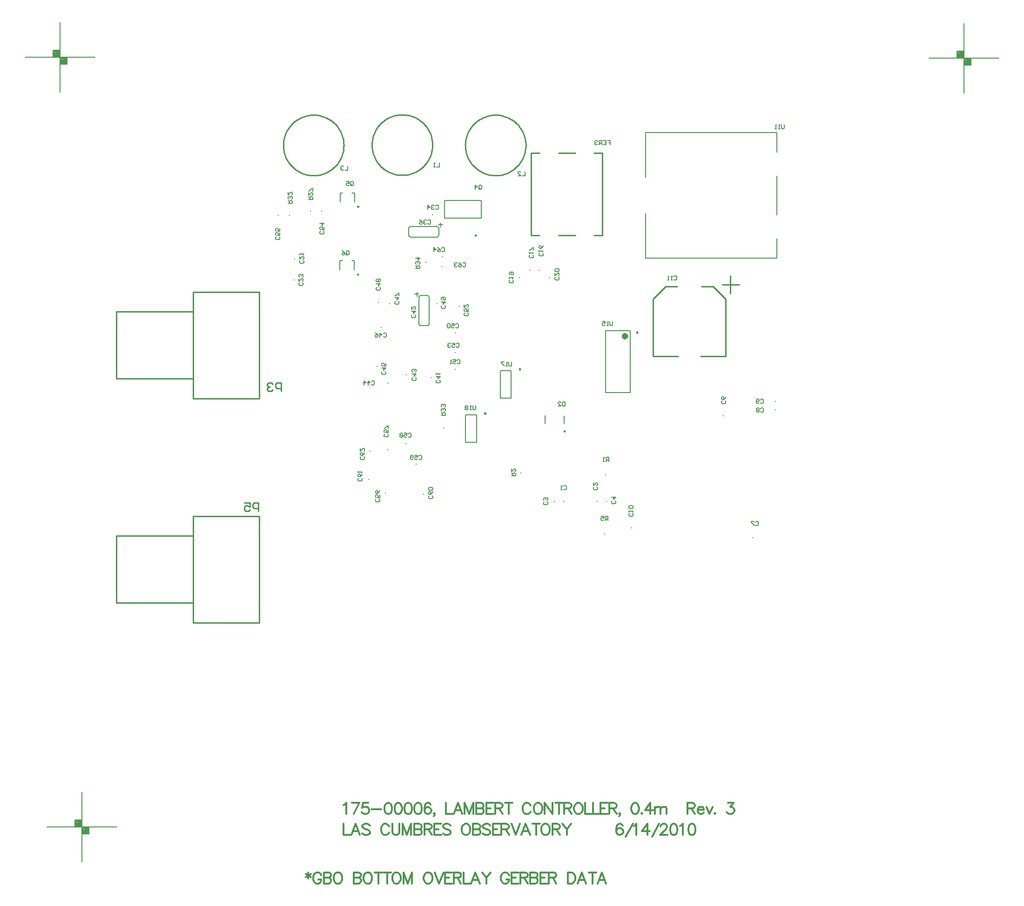
<source format=gbo>
%FSLAX23Y23*%
%MOIN*%
G70*
G01*
G75*
G04 Layer_Color=32896*
%ADD10R,0.037X0.035*%
%ADD11R,0.037X0.035*%
%ADD12R,0.050X0.050*%
%ADD13R,0.075X0.063*%
%ADD14R,0.070X0.135*%
%ADD15R,0.094X0.130*%
%ADD16O,0.028X0.018*%
%ADD17R,0.067X0.067*%
%ADD18R,0.079X0.209*%
%ADD19R,0.067X0.014*%
%ADD20R,0.050X0.015*%
%ADD21R,0.039X0.059*%
%ADD22R,0.035X0.053*%
%ADD23R,0.053X0.053*%
%ADD24O,0.087X0.024*%
%ADD25R,0.050X0.050*%
%ADD26R,0.135X0.070*%
%ADD27R,0.030X0.125*%
%ADD28R,0.078X0.048*%
%ADD29R,0.067X0.040*%
%ADD30R,0.065X0.012*%
%ADD31R,0.065X0.024*%
%ADD32R,0.063X0.106*%
%ADD33R,0.150X0.110*%
%ADD34R,0.125X0.170*%
%ADD35R,0.110X0.030*%
%ADD36O,0.083X0.012*%
%ADD37O,0.012X0.083*%
%ADD38R,0.138X0.085*%
%ADD39R,0.043X0.085*%
%ADD40R,0.043X0.085*%
%ADD41R,0.047X0.055*%
%ADD42O,0.012X0.071*%
%ADD43O,0.071X0.012*%
%ADD44R,0.075X0.059*%
%ADD45R,0.017X0.017*%
%ADD46R,0.134X0.134*%
%ADD47O,0.010X0.035*%
%ADD48O,0.035X0.010*%
%ADD49C,0.010*%
%ADD50C,0.075*%
%ADD51C,0.020*%
%ADD52C,0.040*%
%ADD53C,0.007*%
%ADD54C,0.005*%
%ADD55C,0.012*%
%ADD56C,0.008*%
%ADD57C,0.012*%
%ADD58C,0.012*%
%ADD59C,0.059*%
%ADD60C,0.080*%
%ADD61R,0.080X0.080*%
%ADD62C,0.060*%
%ADD63C,0.020*%
%ADD64R,0.059X0.059*%
%ADD65C,0.157*%
%ADD66C,0.079*%
%ADD67C,0.087*%
%ADD68R,0.087X0.087*%
%ADD69C,0.250*%
%ADD70R,0.062X0.062*%
%ADD71C,0.062*%
%ADD72C,0.030*%
%ADD73C,0.024*%
%ADD74C,0.028*%
%ADD75C,0.050*%
%ADD76C,0.051*%
G04:AMPARAMS|DCode=77|XSize=100mil|YSize=100mil|CornerRadius=0mil|HoleSize=0mil|Usage=FLASHONLY|Rotation=0.000|XOffset=0mil|YOffset=0mil|HoleType=Round|Shape=Relief|Width=10mil|Gap=10mil|Entries=4|*
%AMTHD77*
7,0,0,0.100,0.080,0.010,45*
%
%ADD77THD77*%
%ADD78C,0.044*%
%ADD79C,0.059*%
%ADD80C,0.030*%
%ADD81C,0.055*%
%ADD82C,0.111*%
%ADD83C,0.056*%
%ADD84C,0.147*%
%ADD85C,0.067*%
%ADD86C,0.140*%
%ADD87C,0.055*%
%ADD88C,0.036*%
%ADD89C,0.071*%
%ADD90C,0.130*%
%ADD91C,0.103*%
%ADD92C,0.033*%
G04:AMPARAMS|DCode=93|XSize=70mil|YSize=70mil|CornerRadius=0mil|HoleSize=0mil|Usage=FLASHONLY|Rotation=0.000|XOffset=0mil|YOffset=0mil|HoleType=Round|Shape=Relief|Width=10mil|Gap=10mil|Entries=4|*
%AMTHD93*
7,0,0,0.070,0.050,0.010,45*
%
%ADD93THD93*%
%ADD94C,0.045*%
G04:AMPARAMS|DCode=95|XSize=90mil|YSize=90mil|CornerRadius=0mil|HoleSize=0mil|Usage=FLASHONLY|Rotation=0.000|XOffset=0mil|YOffset=0mil|HoleType=Round|Shape=Relief|Width=10mil|Gap=10mil|Entries=4|*
%AMTHD95*
7,0,0,0.090,0.070,0.010,45*
%
%ADD95THD95*%
G04:AMPARAMS|DCode=96|XSize=95.433mil|YSize=95.433mil|CornerRadius=0mil|HoleSize=0mil|Usage=FLASHONLY|Rotation=0.000|XOffset=0mil|YOffset=0mil|HoleType=Round|Shape=Relief|Width=10mil|Gap=10mil|Entries=4|*
%AMTHD96*
7,0,0,0.095,0.075,0.010,45*
%
%ADD96THD96*%
G04:AMPARAMS|DCode=97|XSize=150.551mil|YSize=150.551mil|CornerRadius=0mil|HoleSize=0mil|Usage=FLASHONLY|Rotation=0.000|XOffset=0mil|YOffset=0mil|HoleType=Round|Shape=Relief|Width=10mil|Gap=10mil|Entries=4|*
%AMTHD97*
7,0,0,0.151,0.131,0.010,45*
%
%ADD97THD97*%
G04:AMPARAMS|DCode=98|XSize=96.221mil|YSize=96.221mil|CornerRadius=0mil|HoleSize=0mil|Usage=FLASHONLY|Rotation=0.000|XOffset=0mil|YOffset=0mil|HoleType=Round|Shape=Relief|Width=10mil|Gap=10mil|Entries=4|*
%AMTHD98*
7,0,0,0.096,0.076,0.010,45*
%
%ADD98THD98*%
G04:AMPARAMS|DCode=99|XSize=107.244mil|YSize=107.244mil|CornerRadius=0mil|HoleSize=0mil|Usage=FLASHONLY|Rotation=0.000|XOffset=0mil|YOffset=0mil|HoleType=Round|Shape=Relief|Width=10mil|Gap=10mil|Entries=4|*
%AMTHD99*
7,0,0,0.107,0.087,0.010,45*
%
%ADD99THD99*%
G04:AMPARAMS|DCode=100|XSize=180mil|YSize=180mil|CornerRadius=0mil|HoleSize=0mil|Usage=FLASHONLY|Rotation=0.000|XOffset=0mil|YOffset=0mil|HoleType=Round|Shape=Relief|Width=10mil|Gap=10mil|Entries=4|*
%AMTHD100*
7,0,0,0.180,0.160,0.010,45*
%
%ADD100THD100*%
G04:AMPARAMS|DCode=101|XSize=95mil|YSize=95mil|CornerRadius=0mil|HoleSize=0mil|Usage=FLASHONLY|Rotation=0.000|XOffset=0mil|YOffset=0mil|HoleType=Round|Shape=Relief|Width=10mil|Gap=10mil|Entries=4|*
%AMTHD101*
7,0,0,0.095,0.075,0.010,45*
%
%ADD101THD101*%
G04:AMPARAMS|DCode=102|XSize=75.748mil|YSize=75.748mil|CornerRadius=0mil|HoleSize=0mil|Usage=FLASHONLY|Rotation=0.000|XOffset=0mil|YOffset=0mil|HoleType=Round|Shape=Relief|Width=10mil|Gap=10mil|Entries=4|*
%AMTHD102*
7,0,0,0.076,0.056,0.010,45*
%
%ADD102THD102*%
G04:AMPARAMS|DCode=103|XSize=111.181mil|YSize=111.181mil|CornerRadius=0mil|HoleSize=0mil|Usage=FLASHONLY|Rotation=0.000|XOffset=0mil|YOffset=0mil|HoleType=Round|Shape=Relief|Width=10mil|Gap=10mil|Entries=4|*
%AMTHD103*
7,0,0,0.111,0.091,0.010,45*
%
%ADD103THD103*%
G04:AMPARAMS|DCode=104|XSize=73mil|YSize=73mil|CornerRadius=0mil|HoleSize=0mil|Usage=FLASHONLY|Rotation=0.000|XOffset=0mil|YOffset=0mil|HoleType=Round|Shape=Relief|Width=10mil|Gap=10mil|Entries=4|*
%AMTHD104*
7,0,0,0.073,0.053,0.010,45*
%
%ADD104THD104*%
G04:AMPARAMS|DCode=105|XSize=85mil|YSize=85mil|CornerRadius=0mil|HoleSize=0mil|Usage=FLASHONLY|Rotation=0.000|XOffset=0mil|YOffset=0mil|HoleType=Round|Shape=Relief|Width=10mil|Gap=10mil|Entries=4|*
%AMTHD105*
7,0,0,0.085,0.065,0.010,45*
%
%ADD105THD105*%
%ADD106O,0.091X0.028*%
%ADD107R,0.048X0.078*%
%ADD108R,0.200X0.040*%
%ADD109R,0.200X0.150*%
%ADD110R,0.106X0.150*%
%ADD111R,0.098X0.268*%
%ADD112R,0.035X0.037*%
%ADD113R,0.035X0.037*%
%ADD114C,0.010*%
%ADD115C,0.010*%
%ADD116C,0.020*%
%ADD117C,0.008*%
%ADD118C,0.024*%
%ADD119C,0.012*%
%ADD120C,0.012*%
%ADD121C,0.007*%
%ADD122R,0.280X0.130*%
%ADD123R,0.041X0.039*%
%ADD124R,0.041X0.039*%
%ADD125R,0.054X0.054*%
%ADD126R,0.079X0.067*%
%ADD127R,0.074X0.139*%
%ADD128R,0.098X0.134*%
%ADD129O,0.032X0.022*%
%ADD130R,0.071X0.071*%
%ADD131R,0.083X0.213*%
%ADD132R,0.071X0.018*%
%ADD133R,0.054X0.019*%
%ADD134R,0.043X0.063*%
%ADD135R,0.039X0.057*%
%ADD136R,0.057X0.057*%
%ADD137O,0.091X0.028*%
%ADD138R,0.054X0.054*%
%ADD139R,0.139X0.074*%
%ADD140R,0.034X0.129*%
%ADD141R,0.082X0.052*%
%ADD142R,0.071X0.044*%
%ADD143R,0.069X0.016*%
%ADD144R,0.069X0.028*%
%ADD145R,0.067X0.110*%
%ADD146R,0.154X0.114*%
%ADD147R,0.129X0.174*%
%ADD148R,0.114X0.034*%
%ADD149O,0.087X0.016*%
%ADD150O,0.016X0.087*%
%ADD151R,0.142X0.089*%
%ADD152R,0.047X0.089*%
%ADD153R,0.047X0.089*%
%ADD154R,0.051X0.059*%
%ADD155O,0.016X0.075*%
%ADD156O,0.075X0.016*%
%ADD157R,0.079X0.063*%
%ADD158R,0.021X0.021*%
%ADD159R,0.138X0.138*%
%ADD160O,0.014X0.039*%
%ADD161O,0.039X0.014*%
%ADD162C,0.063*%
%ADD163C,0.084*%
%ADD164R,0.084X0.084*%
%ADD165C,0.004*%
%ADD166C,0.064*%
%ADD167R,0.063X0.063*%
%ADD168C,0.161*%
%ADD169C,0.083*%
%ADD170R,0.004X0.004*%
%ADD171C,0.091*%
%ADD172R,0.091X0.091*%
%ADD173C,0.254*%
%ADD174R,0.066X0.066*%
%ADD175C,0.066*%
%ADD176C,0.034*%
%ADD177C,0.032*%
%ADD178C,0.054*%
%ADD179O,0.095X0.032*%
%ADD180R,0.052X0.082*%
%ADD181R,0.204X0.044*%
%ADD182R,0.204X0.154*%
%ADD183R,0.110X0.154*%
%ADD184R,0.102X0.272*%
%ADD185R,0.039X0.041*%
%ADD186R,0.039X0.041*%
D49*
X20534Y14812D02*
X20533Y14822D01*
X20533Y14832D01*
X20532Y14842D01*
X20530Y14852D01*
X20528Y14861D01*
X20525Y14871D01*
X20522Y14881D01*
X20519Y14890D01*
X20515Y14899D01*
X20511Y14908D01*
X20506Y14917D01*
X20501Y14926D01*
X20496Y14934D01*
X20490Y14942D01*
X20484Y14950D01*
X20477Y14958D01*
X20470Y14965D01*
X20463Y14972D01*
X20455Y14978D01*
X20448Y14985D01*
X20439Y14991D01*
X20431Y14996D01*
X20422Y15001D01*
X20414Y15006D01*
X20404Y15010D01*
X20395Y15014D01*
X20386Y15017D01*
X20376Y15020D01*
X20367Y15023D01*
X20357Y15025D01*
X20347Y15026D01*
X20337Y15028D01*
X20327Y15028D01*
X20317Y15028D01*
X20307Y15028D01*
X20297Y15028D01*
X20287Y15026D01*
X20277Y15025D01*
X20267Y15023D01*
X20258Y15020D01*
X20248Y15017D01*
X20239Y15014D01*
X20229Y15010D01*
X20220Y15006D01*
X20212Y15001D01*
X20203Y14996D01*
X20194Y14991D01*
X20186Y14985D01*
X20179Y14978D01*
X20171Y14972D01*
X20164Y14965D01*
X20157Y14958D01*
X20150Y14950D01*
X20144Y14942D01*
X20138Y14934D01*
X20133Y14926D01*
X20128Y14917D01*
X20123Y14908D01*
X20119Y14899D01*
X20115Y14890D01*
X20111Y14881D01*
X20109Y14871D01*
X20106Y14861D01*
X20104Y14852D01*
X20102Y14842D01*
X20101Y14832D01*
X20100Y14822D01*
X20100Y14812D01*
X20100Y14802D01*
X20101Y14792D01*
X20102Y14782D01*
X20104Y14772D01*
X20106Y14762D01*
X20109Y14752D01*
X20111Y14743D01*
X20115Y14733D01*
X20119Y14724D01*
X20123Y14715D01*
X20128Y14706D01*
X20133Y14698D01*
X20138Y14689D01*
X20144Y14681D01*
X20150Y14673D01*
X20157Y14666D01*
X20164Y14659D01*
X20171Y14652D01*
X20179Y14645D01*
X20186Y14639D01*
X20194Y14633D01*
X20203Y14628D01*
X20212Y14622D01*
X20220Y14618D01*
X20229Y14614D01*
X20239Y14610D01*
X20248Y14606D01*
X20258Y14603D01*
X20267Y14601D01*
X20277Y14599D01*
X20287Y14597D01*
X20297Y14596D01*
X20307Y14595D01*
X20317Y14595D01*
X20327Y14595D01*
X20337Y14596D01*
X20347Y14597D01*
X20357Y14599D01*
X20367Y14601D01*
X20376Y14603D01*
X20386Y14606D01*
X20395Y14610D01*
X20404Y14614D01*
X20414Y14618D01*
X20422Y14622D01*
X20431Y14628D01*
X20439Y14633D01*
X20448Y14639D01*
X20455Y14645D01*
X20463Y14652D01*
X20470Y14659D01*
X20477Y14666D01*
X20484Y14673D01*
X20490Y14681D01*
X20496Y14689D01*
X20501Y14698D01*
X20506Y14706D01*
X20511Y14715D01*
X20515Y14724D01*
X20519Y14733D01*
X20522Y14743D01*
X20525Y14752D01*
X20528Y14762D01*
X20530Y14772D01*
X20532Y14782D01*
X20533Y14792D01*
X20533Y14802D01*
X20534Y14812D01*
X21837D02*
X21837Y14822D01*
X21836Y14832D01*
X21835Y14842D01*
X21833Y14852D01*
X21831Y14861D01*
X21828Y14871D01*
X21826Y14881D01*
X21822Y14890D01*
X21818Y14899D01*
X21814Y14908D01*
X21809Y14917D01*
X21804Y14926D01*
X21799Y14934D01*
X21793Y14942D01*
X21787Y14950D01*
X21780Y14958D01*
X21773Y14965D01*
X21766Y14972D01*
X21759Y14978D01*
X21751Y14985D01*
X21743Y14991D01*
X21734Y14996D01*
X21726Y15001D01*
X21717Y15006D01*
X21708Y15010D01*
X21698Y15014D01*
X21689Y15017D01*
X21679Y15020D01*
X21670Y15023D01*
X21660Y15025D01*
X21650Y15026D01*
X21640Y15028D01*
X21630Y15028D01*
X21620Y15028D01*
X21610Y15028D01*
X21600Y15028D01*
X21590Y15026D01*
X21580Y15025D01*
X21570Y15023D01*
X21561Y15020D01*
X21551Y15017D01*
X21542Y15014D01*
X21533Y15010D01*
X21524Y15006D01*
X21515Y15001D01*
X21506Y14996D01*
X21498Y14991D01*
X21490Y14985D01*
X21482Y14978D01*
X21474Y14972D01*
X21467Y14965D01*
X21460Y14958D01*
X21453Y14950D01*
X21447Y14942D01*
X21441Y14934D01*
X21436Y14926D01*
X21431Y14917D01*
X21426Y14908D01*
X21422Y14899D01*
X21418Y14890D01*
X21415Y14881D01*
X21412Y14871D01*
X21409Y14861D01*
X21407Y14852D01*
X21405Y14842D01*
X21404Y14832D01*
X21404Y14822D01*
X21403Y14812D01*
X21404Y14802D01*
X21404Y14792D01*
X21405Y14782D01*
X21407Y14772D01*
X21409Y14762D01*
X21412Y14752D01*
X21415Y14743D01*
X21418Y14733D01*
X21422Y14724D01*
X21426Y14715D01*
X21431Y14706D01*
X21436Y14698D01*
X21441Y14689D01*
X21447Y14681D01*
X21453Y14673D01*
X21460Y14666D01*
X21467Y14659D01*
X21474Y14652D01*
X21482Y14645D01*
X21490Y14639D01*
X21498Y14633D01*
X21506Y14628D01*
X21515Y14622D01*
X21524Y14618D01*
X21533Y14614D01*
X21542Y14610D01*
X21551Y14606D01*
X21561Y14603D01*
X21570Y14601D01*
X21580Y14599D01*
X21590Y14597D01*
X21600Y14596D01*
X21610Y14595D01*
X21620Y14595D01*
X21630Y14595D01*
X21640Y14596D01*
X21650Y14597D01*
X21660Y14599D01*
X21670Y14601D01*
X21679Y14603D01*
X21689Y14606D01*
X21698Y14610D01*
X21708Y14614D01*
X21717Y14618D01*
X21726Y14622D01*
X21734Y14628D01*
X21743Y14633D01*
X21751Y14639D01*
X21759Y14645D01*
X21766Y14652D01*
X21773Y14659D01*
X21780Y14666D01*
X21787Y14673D01*
X21793Y14681D01*
X21799Y14689D01*
X21804Y14698D01*
X21809Y14706D01*
X21814Y14715D01*
X21818Y14724D01*
X21822Y14733D01*
X21826Y14743D01*
X21828Y14752D01*
X21831Y14762D01*
X21833Y14772D01*
X21835Y14782D01*
X21836Y14792D01*
X21837Y14802D01*
X21837Y14812D01*
X21168Y14814D02*
X21168Y14824D01*
X21168Y14834D01*
X21166Y14844D01*
X21165Y14854D01*
X21163Y14864D01*
X21160Y14874D01*
X21157Y14883D01*
X21154Y14893D01*
X21150Y14902D01*
X21146Y14911D01*
X21141Y14920D01*
X21136Y14928D01*
X21131Y14937D01*
X21125Y14945D01*
X21119Y14953D01*
X21112Y14960D01*
X21105Y14968D01*
X21098Y14974D01*
X21090Y14981D01*
X21082Y14987D01*
X21074Y14993D01*
X21066Y14999D01*
X21057Y15004D01*
X21048Y15008D01*
X21039Y15013D01*
X21030Y15016D01*
X21021Y15020D01*
X21011Y15023D01*
X21001Y15025D01*
X20992Y15027D01*
X20982Y15029D01*
X20972Y15030D01*
X20962Y15031D01*
X20952Y15031D01*
X20942Y15031D01*
X20932Y15030D01*
X20922Y15029D01*
X20912Y15027D01*
X20902Y15025D01*
X20893Y15023D01*
X20883Y15020D01*
X20874Y15016D01*
X20864Y15013D01*
X20855Y15008D01*
X20846Y15004D01*
X20838Y14999D01*
X20829Y14993D01*
X20821Y14987D01*
X20813Y14981D01*
X20806Y14974D01*
X20799Y14968D01*
X20792Y14960D01*
X20785Y14953D01*
X20779Y14945D01*
X20773Y14937D01*
X20768Y14928D01*
X20763Y14920D01*
X20758Y14911D01*
X20754Y14902D01*
X20750Y14893D01*
X20746Y14883D01*
X20743Y14874D01*
X20741Y14864D01*
X20739Y14854D01*
X20737Y14844D01*
X20736Y14834D01*
X20735Y14824D01*
X20735Y14814D01*
X20735Y14804D01*
X20736Y14794D01*
X20737Y14784D01*
X20739Y14774D01*
X20741Y14765D01*
X20743Y14755D01*
X20746Y14745D01*
X20750Y14736D01*
X20754Y14727D01*
X20758Y14718D01*
X20763Y14709D01*
X20768Y14700D01*
X20773Y14692D01*
X20779Y14684D01*
X20785Y14676D01*
X20792Y14668D01*
X20799Y14661D01*
X20806Y14654D01*
X20813Y14648D01*
X20821Y14641D01*
X20829Y14636D01*
X20838Y14630D01*
X20846Y14625D01*
X20855Y14620D01*
X20864Y14616D01*
X20874Y14612D01*
X20883Y14609D01*
X20893Y14606D01*
X20902Y14603D01*
X20912Y14601D01*
X20922Y14600D01*
X20932Y14599D01*
X20942Y14598D01*
X20952Y14598D01*
X20962Y14598D01*
X20972Y14599D01*
X20982Y14600D01*
X20992Y14601D01*
X21001Y14603D01*
X21011Y14606D01*
X21021Y14609D01*
X21030Y14612D01*
X21039Y14616D01*
X21048Y14620D01*
X21057Y14625D01*
X21066Y14630D01*
X21074Y14636D01*
X21082Y14641D01*
X21090Y14648D01*
X21098Y14654D01*
X21105Y14661D01*
X21112Y14668D01*
X21119Y14676D01*
X21125Y14684D01*
X21131Y14692D01*
X21136Y14700D01*
X21141Y14709D01*
X21146Y14718D01*
X21150Y14727D01*
X21154Y14736D01*
X21157Y14745D01*
X21160Y14755D01*
X21163Y14765D01*
X21165Y14774D01*
X21166Y14784D01*
X21168Y14794D01*
X21168Y14804D01*
X21168Y14814D01*
X22385Y14166D02*
Y14756D01*
X22325D02*
X22385D01*
X22325Y14166D02*
X22385D01*
X21875D02*
Y14756D01*
X21935D01*
X21875Y14166D02*
X21935D01*
X22070D02*
X22190D01*
X22070Y14756D02*
X22190D01*
X23178Y13801D02*
X23268Y13711D01*
X22748D02*
X22838Y13801D01*
X23268Y13301D02*
Y13711D01*
X22748Y13301D02*
Y13711D01*
X23302Y13749D02*
Y13875D01*
X23246Y13812D02*
X23364D01*
X22748Y13301D02*
X22927D01*
X23087Y13299D02*
X23265D01*
X22838Y13801D02*
X22920D01*
X23096D02*
X23178D01*
X19455Y12997D02*
Y13378D01*
Y12997D02*
X19927D01*
Y13355D01*
X19455Y13760D02*
X19927D01*
Y13355D02*
Y13760D01*
X18904Y13619D02*
X19455D01*
X18904Y13138D02*
Y13619D01*
Y13138D02*
X19455D01*
Y13378D02*
Y13760D01*
Y11390D02*
Y11772D01*
Y11390D02*
X19927D01*
Y11748D01*
X19455Y12154D02*
X19927D01*
Y11748D02*
Y12154D01*
X18904Y12012D02*
X19455D01*
X18904Y11532D02*
Y12012D01*
Y11532D02*
X19455D01*
Y11772D02*
Y12154D01*
X20084Y13048D02*
Y13108D01*
X20054D01*
X20044Y13098D01*
Y13078D01*
X20054Y13068D01*
X20084D01*
X20024Y13098D02*
X20014Y13108D01*
X19994D01*
X19984Y13098D01*
Y13088D01*
X19994Y13078D01*
X20004D01*
X19994D01*
X19984Y13068D01*
Y13058D01*
X19994Y13048D01*
X20014D01*
X20024Y13058D01*
X19922Y12189D02*
Y12249D01*
X19892D01*
X19882Y12239D01*
Y12219D01*
X19892Y12209D01*
X19922D01*
X19822Y12249D02*
X19862D01*
Y12219D01*
X19842Y12229D01*
X19832D01*
X19822Y12219D01*
Y12199D01*
X19832Y12189D01*
X19852D01*
X19862Y12199D01*
D53*
X21043Y13746D02*
X21073D01*
X21058Y13731D02*
Y13761D01*
X21225Y14227D02*
Y14257D01*
X21210Y14242D02*
X21240D01*
X23635Y14314D02*
Y14594D01*
Y14004D02*
Y14144D01*
X22695Y14004D02*
X23635D01*
X22695D02*
Y14324D01*
Y14584D02*
Y14904D01*
X23635D01*
Y14764D02*
Y14904D01*
D54*
X21478Y12946D02*
Y12921D01*
X21473Y12916D01*
X21463D01*
X21458Y12921D01*
Y12946D01*
X21448Y12916D02*
X21438D01*
X21443D01*
Y12946D01*
X21448Y12941D01*
X21423D02*
X21418Y12946D01*
X21408D01*
X21403Y12941D01*
Y12936D01*
X21408Y12931D01*
X21403Y12926D01*
Y12921D01*
X21408Y12916D01*
X21418D01*
X21423Y12921D01*
Y12926D01*
X21418Y12931D01*
X21423Y12936D01*
Y12941D01*
X21418Y12931D02*
X21408D01*
X21736Y13259D02*
Y13234D01*
X21731Y13229D01*
X21721D01*
X21716Y13234D01*
Y13259D01*
X21706Y13229D02*
X21696D01*
X21701D01*
Y13259D01*
X21706Y13254D01*
X21681Y13259D02*
X21661D01*
Y13254D01*
X21681Y13234D01*
Y13229D01*
X21049Y13929D02*
X21079D01*
Y13944D01*
X21074Y13949D01*
X21064D01*
X21059Y13944D01*
Y13929D01*
Y13939D02*
X21049Y13949D01*
X21074Y13959D02*
X21079Y13964D01*
Y13974D01*
X21074Y13979D01*
X21069D01*
X21064Y13974D01*
Y13969D01*
Y13974D01*
X21059Y13979D01*
X21054D01*
X21049Y13974D01*
Y13964D01*
X21054Y13959D01*
X21049Y14004D02*
X21079D01*
X21064Y13989D01*
Y14009D01*
X21230Y12876D02*
X21260D01*
Y12891D01*
X21255Y12896D01*
X21245D01*
X21240Y12891D01*
Y12876D01*
Y12886D02*
X21230Y12896D01*
X21255Y12906D02*
X21260Y12911D01*
Y12921D01*
X21255Y12926D01*
X21250D01*
X21245Y12921D01*
Y12916D01*
Y12921D01*
X21240Y12926D01*
X21235D01*
X21230Y12921D01*
Y12911D01*
X21235Y12906D01*
X21255Y12936D02*
X21260Y12941D01*
Y12951D01*
X21255Y12956D01*
X21250D01*
X21245Y12951D01*
Y12946D01*
Y12951D01*
X21240Y12956D01*
X21235D01*
X21230Y12951D01*
Y12941D01*
X21235Y12936D01*
X20134Y14395D02*
X20164D01*
Y14410D01*
X20159Y14415D01*
X20149D01*
X20144Y14410D01*
Y14395D01*
Y14405D02*
X20134Y14415D01*
X20159Y14425D02*
X20164Y14430D01*
Y14440D01*
X20159Y14445D01*
X20154D01*
X20149Y14440D01*
Y14435D01*
Y14440D01*
X20144Y14445D01*
X20139D01*
X20134Y14440D01*
Y14430D01*
X20139Y14425D01*
X20134Y14475D02*
Y14455D01*
X20154Y14475D01*
X20159D01*
X20164Y14470D01*
Y14460D01*
X20159Y14455D01*
X21234Y14074D02*
X21239Y14079D01*
X21249D01*
X21254Y14074D01*
Y14054D01*
X21249Y14049D01*
X21239D01*
X21234Y14054D01*
X21204Y14079D02*
X21214Y14074D01*
X21224Y14064D01*
Y14054D01*
X21219Y14049D01*
X21209D01*
X21204Y14054D01*
Y14059D01*
X21209Y14064D01*
X21224D01*
X21179Y14049D02*
Y14079D01*
X21194Y14064D01*
X21174D01*
X21385Y13966D02*
X21390Y13971D01*
X21400D01*
X21405Y13966D01*
Y13946D01*
X21400Y13941D01*
X21390D01*
X21385Y13946D01*
X21355Y13971D02*
X21365Y13966D01*
X21375Y13956D01*
Y13946D01*
X21370Y13941D01*
X21360D01*
X21355Y13946D01*
Y13951D01*
X21360Y13956D01*
X21375D01*
X21345Y13966D02*
X21340Y13971D01*
X21330D01*
X21325Y13966D01*
Y13961D01*
X21330Y13956D01*
X21335D01*
X21330D01*
X21325Y13951D01*
Y13946D01*
X21330Y13941D01*
X21340D01*
X21345Y13946D01*
X20786Y12277D02*
X20791Y12272D01*
Y12262D01*
X20786Y12257D01*
X20766D01*
X20761Y12262D01*
Y12272D01*
X20766Y12277D01*
X20791Y12307D02*
Y12287D01*
X20776D01*
X20781Y12297D01*
Y12302D01*
X20776Y12307D01*
X20766D01*
X20761Y12302D01*
Y12292D01*
X20766Y12287D01*
X20791Y12337D02*
X20786Y12327D01*
X20776Y12317D01*
X20766D01*
X20761Y12322D01*
Y12332D01*
X20766Y12337D01*
X20771D01*
X20776Y12332D01*
Y12317D01*
X20848Y12742D02*
X20853Y12737D01*
Y12727D01*
X20848Y12722D01*
X20828D01*
X20823Y12727D01*
Y12737D01*
X20828Y12742D01*
X20853Y12772D02*
Y12752D01*
X20838D01*
X20843Y12762D01*
Y12767D01*
X20838Y12772D01*
X20828D01*
X20823Y12767D01*
Y12757D01*
X20828Y12752D01*
X20853Y12782D02*
Y12802D01*
X20848D01*
X20828Y12782D01*
X20823D01*
X20995Y12743D02*
X21000Y12748D01*
X21010D01*
X21015Y12743D01*
Y12723D01*
X21010Y12718D01*
X21000D01*
X20995Y12723D01*
X20965Y12748D02*
X20985D01*
Y12733D01*
X20975Y12738D01*
X20970D01*
X20965Y12733D01*
Y12723D01*
X20970Y12718D01*
X20980D01*
X20985Y12723D01*
X20955Y12743D02*
X20950Y12748D01*
X20940D01*
X20935Y12743D01*
Y12738D01*
X20940Y12733D01*
X20935Y12728D01*
Y12723D01*
X20940Y12718D01*
X20950D01*
X20955Y12723D01*
Y12728D01*
X20950Y12733D01*
X20955Y12738D01*
Y12743D01*
X20950Y12733D02*
X20940D01*
X21070Y12586D02*
X21075Y12591D01*
X21085D01*
X21090Y12586D01*
Y12566D01*
X21085Y12561D01*
X21075D01*
X21070Y12566D01*
X21040Y12591D02*
X21060D01*
Y12576D01*
X21050Y12581D01*
X21045D01*
X21040Y12576D01*
Y12566D01*
X21045Y12561D01*
X21055D01*
X21060Y12566D01*
X21030D02*
X21025Y12561D01*
X21015D01*
X21010Y12566D01*
Y12586D01*
X21015Y12591D01*
X21025D01*
X21030Y12586D01*
Y12581D01*
X21025Y12576D01*
X21010D01*
X21166Y12301D02*
X21171Y12296D01*
Y12286D01*
X21166Y12281D01*
X21146D01*
X21141Y12286D01*
Y12296D01*
X21146Y12301D01*
X21171Y12331D02*
X21166Y12321D01*
X21156Y12311D01*
X21146D01*
X21141Y12316D01*
Y12326D01*
X21146Y12331D01*
X21151D01*
X21156Y12326D01*
Y12311D01*
X21166Y12341D02*
X21171Y12346D01*
Y12356D01*
X21166Y12361D01*
X21146D01*
X21141Y12356D01*
Y12346D01*
X21146Y12341D01*
X21166D01*
X20661Y12425D02*
X20666Y12420D01*
Y12410D01*
X20661Y12405D01*
X20641D01*
X20636Y12410D01*
Y12420D01*
X20641Y12425D01*
X20666Y12455D02*
X20661Y12445D01*
X20651Y12435D01*
X20641D01*
X20636Y12440D01*
Y12450D01*
X20641Y12455D01*
X20646D01*
X20651Y12450D01*
Y12435D01*
X20636Y12465D02*
Y12475D01*
Y12470D01*
X20666D01*
X20661Y12465D01*
X20677Y12581D02*
X20682Y12576D01*
Y12566D01*
X20677Y12561D01*
X20657D01*
X20652Y12566D01*
Y12576D01*
X20657Y12581D01*
X20682Y12611D02*
X20677Y12601D01*
X20667Y12591D01*
X20657D01*
X20652Y12596D01*
Y12606D01*
X20657Y12611D01*
X20662D01*
X20667Y12606D01*
Y12591D01*
X20652Y12641D02*
Y12621D01*
X20672Y12641D01*
X20677D01*
X20682Y12636D01*
Y12626D01*
X20677Y12621D01*
X22459Y13550D02*
Y13525D01*
X22454Y13520D01*
X22444D01*
X22439Y13525D01*
Y13550D01*
X22429Y13520D02*
X22419D01*
X22424D01*
Y13550D01*
X22429Y13545D01*
X22384Y13550D02*
X22404D01*
Y13535D01*
X22394Y13540D01*
X22389D01*
X22384Y13535D01*
Y13525D01*
X22389Y13520D01*
X22399D01*
X22404Y13525D01*
X22420Y14846D02*
X22440D01*
Y14831D01*
X22430D01*
X22440D01*
Y14816D01*
X22390Y14846D02*
X22410D01*
Y14816D01*
X22390D01*
X22410Y14831D02*
X22400D01*
X22380Y14816D02*
Y14846D01*
X22365D01*
X22360Y14841D01*
Y14831D01*
X22365Y14826D01*
X22380D01*
X22370D02*
X22360Y14816D01*
X22350Y14841D02*
X22345Y14846D01*
X22335D01*
X22330Y14841D01*
Y14836D01*
X22335Y14831D01*
X22340D01*
X22335D01*
X22330Y14826D01*
Y14821D01*
X22335Y14816D01*
X22345D01*
X22350Y14821D01*
X23688Y14961D02*
Y14936D01*
X23683Y14931D01*
X23673D01*
X23668Y14936D01*
Y14961D01*
X23658Y14931D02*
X23648D01*
X23653D01*
Y14961D01*
X23658Y14956D01*
X23633Y14931D02*
X23623D01*
X23628D01*
Y14961D01*
X23633Y14956D01*
X21191Y14377D02*
X21196Y14382D01*
X21206D01*
X21211Y14377D01*
Y14357D01*
X21206Y14352D01*
X21196D01*
X21191Y14357D01*
X21181Y14377D02*
X21176Y14382D01*
X21166D01*
X21161Y14377D01*
Y14372D01*
X21166Y14367D01*
X21171D01*
X21166D01*
X21161Y14362D01*
Y14357D01*
X21166Y14352D01*
X21176D01*
X21181Y14357D01*
X21136Y14352D02*
Y14382D01*
X21151Y14367D01*
X21131D01*
X21136Y14272D02*
X21141Y14277D01*
X21151D01*
X21156Y14272D01*
Y14252D01*
X21151Y14247D01*
X21141D01*
X21136Y14252D01*
X21126Y14272D02*
X21121Y14277D01*
X21111D01*
X21106Y14272D01*
Y14267D01*
X21111Y14262D01*
X21116D01*
X21111D01*
X21106Y14257D01*
Y14252D01*
X21111Y14247D01*
X21121D01*
X21126Y14252D01*
X21076Y14277D02*
X21086Y14272D01*
X21096Y14262D01*
Y14252D01*
X21091Y14247D01*
X21081D01*
X21076Y14252D01*
Y14257D01*
X21081Y14262D01*
X21096D01*
X21219Y13128D02*
X21224Y13123D01*
Y13113D01*
X21219Y13108D01*
X21199D01*
X21194Y13113D01*
Y13123D01*
X21199Y13128D01*
X21194Y13153D02*
X21224D01*
X21209Y13138D01*
Y13158D01*
X21194Y13168D02*
Y13178D01*
Y13173D01*
X21224D01*
X21219Y13168D01*
X21043Y13597D02*
X21048Y13592D01*
Y13582D01*
X21043Y13577D01*
X21023D01*
X21018Y13582D01*
Y13592D01*
X21023Y13597D01*
X21018Y13622D02*
X21048D01*
X21033Y13607D01*
Y13627D01*
X21018Y13657D02*
Y13637D01*
X21038Y13657D01*
X21043D01*
X21048Y13652D01*
Y13642D01*
X21043Y13637D01*
X21048Y13147D02*
X21053Y13142D01*
Y13132D01*
X21048Y13127D01*
X21028D01*
X21023Y13132D01*
Y13142D01*
X21028Y13147D01*
X21023Y13172D02*
X21053D01*
X21038Y13157D01*
Y13177D01*
X21048Y13187D02*
X21053Y13192D01*
Y13202D01*
X21048Y13207D01*
X21043D01*
X21038Y13202D01*
Y13197D01*
Y13202D01*
X21033Y13207D01*
X21028D01*
X21023Y13202D01*
Y13192D01*
X21028Y13187D01*
X20733Y13118D02*
X20738Y13123D01*
X20748D01*
X20753Y13118D01*
Y13098D01*
X20748Y13093D01*
X20738D01*
X20733Y13098D01*
X20708Y13093D02*
Y13123D01*
X20723Y13108D01*
X20703D01*
X20678Y13093D02*
Y13123D01*
X20693Y13108D01*
X20673D01*
X20829Y13190D02*
X20834Y13185D01*
Y13175D01*
X20829Y13170D01*
X20809D01*
X20804Y13175D01*
Y13185D01*
X20809Y13190D01*
X20804Y13215D02*
X20834D01*
X20819Y13200D01*
Y13220D01*
X20834Y13250D02*
Y13230D01*
X20819D01*
X20824Y13240D01*
Y13245D01*
X20819Y13250D01*
X20809D01*
X20804Y13245D01*
Y13235D01*
X20809Y13230D01*
X20818Y13462D02*
X20823Y13467D01*
X20833D01*
X20838Y13462D01*
Y13442D01*
X20833Y13437D01*
X20823D01*
X20818Y13442D01*
X20793Y13437D02*
Y13467D01*
X20808Y13452D01*
X20788D01*
X20758Y13467D02*
X20768Y13462D01*
X20778Y13452D01*
Y13442D01*
X20773Y13437D01*
X20763D01*
X20758Y13442D01*
Y13447D01*
X20763Y13452D01*
X20778D01*
X20924Y13694D02*
X20929Y13689D01*
Y13679D01*
X20924Y13674D01*
X20904D01*
X20899Y13679D01*
Y13689D01*
X20904Y13694D01*
X20899Y13719D02*
X20929D01*
X20914Y13704D01*
Y13724D01*
X20929Y13734D02*
Y13754D01*
X20924D01*
X20904Y13734D01*
X20899D01*
X20791Y13794D02*
X20796Y13789D01*
Y13779D01*
X20791Y13774D01*
X20771D01*
X20766Y13779D01*
Y13789D01*
X20771Y13794D01*
X20766Y13819D02*
X20796D01*
X20781Y13804D01*
Y13824D01*
X20791Y13834D02*
X20796Y13839D01*
Y13849D01*
X20791Y13854D01*
X20786D01*
X20781Y13849D01*
X20776Y13854D01*
X20771D01*
X20766Y13849D01*
Y13839D01*
X20771Y13834D01*
X20776D01*
X20781Y13839D01*
X20786Y13834D01*
X20791D01*
X20781Y13839D02*
Y13849D01*
X21256Y13663D02*
X21261Y13658D01*
Y13648D01*
X21256Y13643D01*
X21236D01*
X21231Y13648D01*
Y13658D01*
X21236Y13663D01*
X21231Y13688D02*
X21261D01*
X21246Y13673D01*
Y13693D01*
X21236Y13703D02*
X21231Y13708D01*
Y13718D01*
X21236Y13723D01*
X21256D01*
X21261Y13718D01*
Y13708D01*
X21256Y13703D01*
X21251D01*
X21246Y13708D01*
Y13723D01*
X21334Y13529D02*
X21339Y13534D01*
X21349D01*
X21354Y13529D01*
Y13509D01*
X21349Y13504D01*
X21339D01*
X21334Y13509D01*
X21304Y13534D02*
X21324D01*
Y13519D01*
X21314Y13524D01*
X21309D01*
X21304Y13519D01*
Y13509D01*
X21309Y13504D01*
X21319D01*
X21324Y13509D01*
X21294Y13529D02*
X21289Y13534D01*
X21279D01*
X21274Y13529D01*
Y13509D01*
X21279Y13504D01*
X21289D01*
X21294Y13509D01*
Y13529D01*
X21345Y13271D02*
X21350Y13276D01*
X21360D01*
X21365Y13271D01*
Y13251D01*
X21360Y13246D01*
X21350D01*
X21345Y13251D01*
X21315Y13276D02*
X21335D01*
Y13261D01*
X21325Y13266D01*
X21320D01*
X21315Y13261D01*
Y13251D01*
X21320Y13246D01*
X21330D01*
X21335Y13251D01*
X21305Y13246D02*
X21295D01*
X21300D01*
Y13276D01*
X21305Y13271D01*
X21420Y13610D02*
X21425Y13605D01*
Y13595D01*
X21420Y13590D01*
X21400D01*
X21395Y13595D01*
Y13605D01*
X21400Y13610D01*
X21425Y13640D02*
Y13620D01*
X21410D01*
X21415Y13630D01*
Y13635D01*
X21410Y13640D01*
X21400D01*
X21395Y13635D01*
Y13625D01*
X21400Y13620D01*
X21395Y13670D02*
Y13650D01*
X21415Y13670D01*
X21420D01*
X21425Y13665D01*
Y13655D01*
X21420Y13650D01*
X21339Y13389D02*
X21344Y13394D01*
X21354D01*
X21359Y13389D01*
Y13369D01*
X21354Y13364D01*
X21344D01*
X21339Y13369D01*
X21309Y13394D02*
X21329D01*
Y13379D01*
X21319Y13384D01*
X21314D01*
X21309Y13379D01*
Y13369D01*
X21314Y13364D01*
X21324D01*
X21329Y13369D01*
X21299Y13389D02*
X21294Y13394D01*
X21284D01*
X21279Y13389D01*
Y13384D01*
X21284Y13379D01*
X21289D01*
X21284D01*
X21279Y13374D01*
Y13369D01*
X21284Y13364D01*
X21294D01*
X21299Y13369D01*
X21501Y14502D02*
Y14522D01*
X21506Y14527D01*
X21516D01*
X21521Y14522D01*
Y14502D01*
X21516Y14497D01*
X21506D01*
X21511Y14507D02*
X21501Y14497D01*
X21506D02*
X21501Y14502D01*
X21476Y14497D02*
Y14527D01*
X21491Y14512D01*
X21471D01*
X22897Y13871D02*
X22902Y13876D01*
X22912D01*
X22917Y13871D01*
Y13851D01*
X22912Y13846D01*
X22902D01*
X22897Y13851D01*
X22887Y13846D02*
X22877D01*
X22882D01*
Y13876D01*
X22887Y13871D01*
X22862Y13846D02*
X22852D01*
X22857D01*
Y13876D01*
X22862Y13871D01*
X21958Y14038D02*
X21963Y14033D01*
Y14023D01*
X21958Y14018D01*
X21938D01*
X21933Y14023D01*
Y14033D01*
X21938Y14038D01*
X21933Y14048D02*
Y14058D01*
Y14053D01*
X21963D01*
X21958Y14048D01*
X21963Y14093D02*
X21958Y14083D01*
X21948Y14073D01*
X21938D01*
X21933Y14078D01*
Y14088D01*
X21938Y14093D01*
X21943D01*
X21948Y14088D01*
Y14073D01*
X21888Y14025D02*
X21893Y14020D01*
Y14010D01*
X21888Y14005D01*
X21868D01*
X21863Y14010D01*
Y14020D01*
X21868Y14025D01*
X21863Y14035D02*
Y14045D01*
Y14040D01*
X21893D01*
X21888Y14035D01*
X21893Y14060D02*
Y14080D01*
X21888D01*
X21868Y14060D01*
X21863D01*
X21743Y13847D02*
X21748Y13842D01*
Y13832D01*
X21743Y13827D01*
X21723D01*
X21718Y13832D01*
Y13842D01*
X21723Y13847D01*
X21718Y13857D02*
Y13867D01*
Y13862D01*
X21748D01*
X21743Y13857D01*
X21723Y13882D02*
X21718Y13887D01*
Y13897D01*
X21723Y13902D01*
X21743D01*
X21748Y13897D01*
Y13887D01*
X21743Y13882D01*
X21738D01*
X21733Y13887D01*
Y13902D01*
X22070Y13867D02*
X22075Y13862D01*
Y13852D01*
X22070Y13847D01*
X22050D01*
X22045Y13852D01*
Y13862D01*
X22050Y13867D01*
X22045Y13897D02*
Y13877D01*
X22065Y13897D01*
X22070D01*
X22075Y13892D01*
Y13882D01*
X22070Y13877D01*
Y13907D02*
X22075Y13912D01*
Y13922D01*
X22070Y13927D01*
X22050D01*
X22045Y13922D01*
Y13912D01*
X22050Y13907D01*
X22070D01*
X20243Y13987D02*
X20248Y13982D01*
Y13972D01*
X20243Y13967D01*
X20223D01*
X20218Y13972D01*
Y13982D01*
X20223Y13987D01*
X20218Y14017D02*
Y13997D01*
X20238Y14017D01*
X20243D01*
X20248Y14012D01*
Y14002D01*
X20243Y13997D01*
X20218Y14027D02*
Y14037D01*
Y14032D01*
X20248D01*
X20243Y14027D01*
X20238Y13827D02*
X20243Y13822D01*
Y13812D01*
X20238Y13807D01*
X20218D01*
X20213Y13812D01*
Y13822D01*
X20218Y13827D01*
X20213Y13857D02*
Y13837D01*
X20233Y13857D01*
X20238D01*
X20243Y13852D01*
Y13842D01*
X20238Y13837D01*
Y13867D02*
X20243Y13872D01*
Y13882D01*
X20238Y13887D01*
X20233D01*
X20228Y13882D01*
Y13877D01*
Y13882D01*
X20223Y13887D01*
X20218D01*
X20213Y13882D01*
Y13872D01*
X20218Y13867D01*
X20388Y14197D02*
X20393Y14192D01*
Y14182D01*
X20388Y14177D01*
X20368D01*
X20363Y14182D01*
Y14192D01*
X20368Y14197D01*
X20393Y14227D02*
Y14207D01*
X20378D01*
X20383Y14217D01*
Y14222D01*
X20378Y14227D01*
X20368D01*
X20363Y14222D01*
Y14212D01*
X20368Y14207D01*
X20363Y14252D02*
X20393D01*
X20378Y14237D01*
Y14257D01*
X20071Y14155D02*
X20076Y14150D01*
Y14140D01*
X20071Y14135D01*
X20051D01*
X20046Y14140D01*
Y14150D01*
X20051Y14155D01*
X20076Y14185D02*
Y14165D01*
X20061D01*
X20066Y14175D01*
Y14180D01*
X20061Y14185D01*
X20051D01*
X20046Y14180D01*
Y14170D01*
X20051Y14165D01*
X20076Y14215D02*
Y14195D01*
X20061D01*
X20066Y14205D01*
Y14210D01*
X20061Y14215D01*
X20051D01*
X20046Y14210D01*
Y14200D01*
X20051Y14195D01*
X21218Y14687D02*
Y14657D01*
X21198D01*
X21188D02*
X21178D01*
X21183D01*
Y14687D01*
X21188Y14682D01*
X21830Y14624D02*
Y14594D01*
X21810D01*
X21780D02*
X21800D01*
X21780Y14614D01*
Y14619D01*
X21785Y14624D01*
X21795D01*
X21800Y14619D01*
X20563Y14663D02*
Y14633D01*
X20543D01*
X20533Y14658D02*
X20528Y14663D01*
X20518D01*
X20513Y14658D01*
Y14653D01*
X20518Y14648D01*
X20523D01*
X20518D01*
X20513Y14643D01*
Y14638D01*
X20518Y14633D01*
X20528D01*
X20533Y14638D01*
X20583Y14527D02*
Y14547D01*
X20588Y14552D01*
X20598D01*
X20603Y14547D01*
Y14527D01*
X20598Y14522D01*
X20588D01*
X20593Y14532D02*
X20583Y14522D01*
X20588D02*
X20583Y14527D01*
X20553Y14552D02*
X20573D01*
Y14537D01*
X20563Y14542D01*
X20558D01*
X20553Y14537D01*
Y14527D01*
X20558Y14522D01*
X20568D01*
X20573Y14527D01*
X20551Y14030D02*
Y14050D01*
X20556Y14055D01*
X20566D01*
X20571Y14050D01*
Y14030D01*
X20566Y14025D01*
X20556D01*
X20561Y14035D02*
X20551Y14025D01*
X20556D02*
X20551Y14030D01*
X20521Y14055D02*
X20531Y14050D01*
X20541Y14040D01*
Y14030D01*
X20536Y14025D01*
X20526D01*
X20521Y14030D01*
Y14035D01*
X20526Y14040D01*
X20541D01*
X22107Y12368D02*
X22112Y12373D01*
X22122D01*
X22127Y12368D01*
Y12348D01*
X22122Y12343D01*
X22112D01*
X22107Y12348D01*
X22097Y12343D02*
X22087D01*
X22092D01*
Y12373D01*
X22097Y12368D01*
X22345Y12363D02*
X22350Y12358D01*
Y12348D01*
X22345Y12343D01*
X22325D01*
X22320Y12348D01*
Y12358D01*
X22325Y12363D01*
X22320Y12393D02*
Y12373D01*
X22340Y12393D01*
X22345D01*
X22350Y12388D01*
Y12378D01*
X22345Y12373D01*
X21989Y12256D02*
X21994Y12251D01*
Y12241D01*
X21989Y12236D01*
X21969D01*
X21964Y12241D01*
Y12251D01*
X21969Y12256D01*
X21989Y12266D02*
X21994Y12271D01*
Y12281D01*
X21989Y12286D01*
X21984D01*
X21979Y12281D01*
Y12276D01*
Y12281D01*
X21974Y12286D01*
X21969D01*
X21964Y12281D01*
Y12271D01*
X21969Y12266D01*
X22475Y12263D02*
X22480Y12258D01*
Y12248D01*
X22475Y12243D01*
X22455D01*
X22450Y12248D01*
Y12258D01*
X22455Y12263D01*
X22450Y12288D02*
X22480D01*
X22465Y12273D01*
Y12293D01*
X23264Y12981D02*
X23269Y12976D01*
Y12966D01*
X23264Y12961D01*
X23244D01*
X23239Y12966D01*
Y12976D01*
X23244Y12981D01*
X23269Y13011D02*
X23264Y13001D01*
X23254Y12991D01*
X23244D01*
X23239Y12996D01*
Y13006D01*
X23244Y13011D01*
X23249D01*
X23254Y13006D01*
Y12991D01*
X23480Y12111D02*
X23485Y12116D01*
X23495D01*
X23500Y12111D01*
Y12091D01*
X23495Y12086D01*
X23485D01*
X23480Y12091D01*
X23470Y12116D02*
X23450D01*
Y12111D01*
X23470Y12091D01*
Y12086D01*
X23519Y12924D02*
X23524Y12929D01*
X23534D01*
X23539Y12924D01*
Y12904D01*
X23534Y12899D01*
X23524D01*
X23519Y12904D01*
X23509Y12924D02*
X23504Y12929D01*
X23494D01*
X23489Y12924D01*
Y12919D01*
X23494Y12914D01*
X23489Y12909D01*
Y12904D01*
X23494Y12899D01*
X23504D01*
X23509Y12904D01*
Y12909D01*
X23504Y12914D01*
X23509Y12919D01*
Y12924D01*
X23504Y12914D02*
X23494D01*
X23517Y12987D02*
X23522Y12992D01*
X23532D01*
X23537Y12987D01*
Y12967D01*
X23532Y12962D01*
X23522D01*
X23517Y12967D01*
X23507D02*
X23502Y12962D01*
X23492D01*
X23487Y12967D01*
Y12987D01*
X23492Y12992D01*
X23502D01*
X23507Y12987D01*
Y12982D01*
X23502Y12977D01*
X23487D01*
X22601Y12174D02*
X22606Y12169D01*
Y12159D01*
X22601Y12154D01*
X22581D01*
X22576Y12159D01*
Y12169D01*
X22581Y12174D01*
X22576Y12184D02*
Y12194D01*
Y12189D01*
X22606D01*
X22601Y12184D01*
Y12209D02*
X22606Y12214D01*
Y12224D01*
X22601Y12229D01*
X22581D01*
X22576Y12224D01*
Y12214D01*
X22581Y12209D01*
X22601D01*
X22118Y12972D02*
Y12942D01*
X22103D01*
X22098Y12947D01*
Y12967D01*
X22103Y12972D01*
X22118D01*
X22068Y12942D02*
X22088D01*
X22068Y12962D01*
Y12967D01*
X22073Y12972D01*
X22083D01*
X22088Y12967D01*
X22430Y12547D02*
Y12577D01*
X22415D01*
X22410Y12572D01*
Y12562D01*
X22415Y12557D01*
X22430D01*
X22420D02*
X22410Y12547D01*
X22400D02*
X22390D01*
X22395D01*
Y12577D01*
X22400Y12572D01*
X21734Y12443D02*
X21764D01*
Y12458D01*
X21759Y12463D01*
X21749D01*
X21744Y12458D01*
Y12443D01*
Y12453D02*
X21734Y12463D01*
Y12493D02*
Y12473D01*
X21754Y12493D01*
X21759D01*
X21764Y12488D01*
Y12478D01*
X21759Y12473D01*
X22424Y12124D02*
Y12154D01*
X22409D01*
X22404Y12149D01*
Y12139D01*
X22409Y12134D01*
X22424D01*
X22414D02*
X22404Y12124D01*
X22374Y12154D02*
X22394D01*
Y12139D01*
X22384Y12144D01*
X22379D01*
X22374Y12139D01*
Y12129D01*
X22379Y12124D01*
X22389D01*
X22394Y12129D01*
X20280Y14423D02*
X20310D01*
Y14438D01*
X20305Y14443D01*
X20295D01*
X20290Y14438D01*
Y14423D01*
Y14433D02*
X20280Y14443D01*
Y14473D02*
Y14453D01*
X20300Y14473D01*
X20305D01*
X20310Y14468D01*
Y14458D01*
X20305Y14453D01*
X20310Y14483D02*
Y14503D01*
X20305D01*
X20285Y14483D01*
X20280D01*
D55*
X20279Y9600D02*
Y9555D01*
X20260Y9589D02*
X20298Y9566D01*
Y9589D02*
X20260Y9566D01*
X20372Y9581D02*
X20368Y9589D01*
X20360Y9597D01*
X20353Y9600D01*
X20337D01*
X20330Y9597D01*
X20322Y9589D01*
X20318Y9581D01*
X20315Y9570D01*
Y9551D01*
X20318Y9540D01*
X20322Y9532D01*
X20330Y9524D01*
X20337Y9520D01*
X20353D01*
X20360Y9524D01*
X20368Y9532D01*
X20372Y9540D01*
Y9551D01*
X20353D02*
X20372D01*
X20390Y9600D02*
Y9520D01*
Y9600D02*
X20424D01*
X20436Y9597D01*
X20439Y9593D01*
X20443Y9585D01*
Y9578D01*
X20439Y9570D01*
X20436Y9566D01*
X20424Y9562D01*
X20390D02*
X20424D01*
X20436Y9559D01*
X20439Y9555D01*
X20443Y9547D01*
Y9536D01*
X20439Y9528D01*
X20436Y9524D01*
X20424Y9520D01*
X20390D01*
X20484Y9600D02*
X20476Y9597D01*
X20469Y9589D01*
X20465Y9581D01*
X20461Y9570D01*
Y9551D01*
X20465Y9540D01*
X20469Y9532D01*
X20476Y9524D01*
X20484Y9520D01*
X20499D01*
X20507Y9524D01*
X20515Y9532D01*
X20518Y9540D01*
X20522Y9551D01*
Y9570D01*
X20518Y9581D01*
X20515Y9589D01*
X20507Y9597D01*
X20499Y9600D01*
X20484D01*
X20604D02*
Y9520D01*
Y9600D02*
X20638D01*
X20649Y9597D01*
X20653Y9593D01*
X20657Y9585D01*
Y9578D01*
X20653Y9570D01*
X20649Y9566D01*
X20638Y9562D01*
X20604D02*
X20638D01*
X20649Y9559D01*
X20653Y9555D01*
X20657Y9547D01*
Y9536D01*
X20653Y9528D01*
X20649Y9524D01*
X20638Y9520D01*
X20604D01*
X20698Y9600D02*
X20690Y9597D01*
X20682Y9589D01*
X20679Y9581D01*
X20675Y9570D01*
Y9551D01*
X20679Y9540D01*
X20682Y9532D01*
X20690Y9524D01*
X20698Y9520D01*
X20713D01*
X20721Y9524D01*
X20728Y9532D01*
X20732Y9540D01*
X20736Y9551D01*
Y9570D01*
X20732Y9581D01*
X20728Y9589D01*
X20721Y9597D01*
X20713Y9600D01*
X20698D01*
X20781D02*
Y9520D01*
X20754Y9600D02*
X20808D01*
X20844D02*
Y9520D01*
X20817Y9600D02*
X20871D01*
X20903D02*
X20895Y9597D01*
X20888Y9589D01*
X20884Y9581D01*
X20880Y9570D01*
Y9551D01*
X20884Y9540D01*
X20888Y9532D01*
X20895Y9524D01*
X20903Y9520D01*
X20918D01*
X20926Y9524D01*
X20933Y9532D01*
X20937Y9540D01*
X20941Y9551D01*
Y9570D01*
X20937Y9581D01*
X20933Y9589D01*
X20926Y9597D01*
X20918Y9600D01*
X20903D01*
X20960D02*
Y9520D01*
Y9600D02*
X20990Y9520D01*
X21021Y9600D02*
X20990Y9520D01*
X21021Y9600D02*
Y9520D01*
X21129Y9600D02*
X21122Y9597D01*
X21114Y9589D01*
X21110Y9581D01*
X21106Y9570D01*
Y9551D01*
X21110Y9540D01*
X21114Y9532D01*
X21122Y9524D01*
X21129Y9520D01*
X21144D01*
X21152Y9524D01*
X21160Y9532D01*
X21164Y9540D01*
X21167Y9551D01*
Y9570D01*
X21164Y9581D01*
X21160Y9589D01*
X21152Y9597D01*
X21144Y9600D01*
X21129D01*
X21186D02*
X21216Y9520D01*
X21247Y9600D02*
X21216Y9520D01*
X21307Y9600D02*
X21257D01*
Y9520D01*
X21307D01*
X21257Y9562D02*
X21288D01*
X21320Y9600D02*
Y9520D01*
Y9600D02*
X21354D01*
X21366Y9597D01*
X21370Y9593D01*
X21373Y9585D01*
Y9578D01*
X21370Y9570D01*
X21366Y9566D01*
X21354Y9562D01*
X21320D01*
X21347D02*
X21373Y9520D01*
X21391Y9600D02*
Y9520D01*
X21437D01*
X21507D02*
X21476Y9600D01*
X21446Y9520D01*
X21457Y9547D02*
X21495D01*
X21525Y9600D02*
X21556Y9562D01*
Y9520D01*
X21586Y9600D02*
X21556Y9562D01*
X21717Y9581D02*
X21713Y9589D01*
X21705Y9597D01*
X21698Y9600D01*
X21682D01*
X21675Y9597D01*
X21667Y9589D01*
X21663Y9581D01*
X21659Y9570D01*
Y9551D01*
X21663Y9540D01*
X21667Y9532D01*
X21675Y9524D01*
X21682Y9520D01*
X21698D01*
X21705Y9524D01*
X21713Y9532D01*
X21717Y9540D01*
Y9551D01*
X21698D02*
X21717D01*
X21784Y9600D02*
X21735D01*
Y9520D01*
X21784D01*
X21735Y9562D02*
X21765D01*
X21798Y9600D02*
Y9520D01*
Y9600D02*
X21832D01*
X21843Y9597D01*
X21847Y9593D01*
X21851Y9585D01*
Y9578D01*
X21847Y9570D01*
X21843Y9566D01*
X21832Y9562D01*
X21798D01*
X21824D02*
X21851Y9520D01*
X21869Y9600D02*
Y9520D01*
Y9600D02*
X21903D01*
X21915Y9597D01*
X21918Y9593D01*
X21922Y9585D01*
Y9578D01*
X21918Y9570D01*
X21915Y9566D01*
X21903Y9562D01*
X21869D02*
X21903D01*
X21915Y9559D01*
X21918Y9555D01*
X21922Y9547D01*
Y9536D01*
X21918Y9528D01*
X21915Y9524D01*
X21903Y9520D01*
X21869D01*
X21990Y9600D02*
X21940D01*
Y9520D01*
X21990D01*
X21940Y9562D02*
X21971D01*
X22003Y9600D02*
Y9520D01*
Y9600D02*
X22037D01*
X22049Y9597D01*
X22052Y9593D01*
X22056Y9585D01*
Y9578D01*
X22052Y9570D01*
X22049Y9566D01*
X22037Y9562D01*
X22003D01*
X22030D02*
X22056Y9520D01*
X22137Y9600D02*
Y9520D01*
Y9600D02*
X22164D01*
X22175Y9597D01*
X22183Y9589D01*
X22187Y9581D01*
X22190Y9570D01*
Y9551D01*
X22187Y9540D01*
X22183Y9532D01*
X22175Y9524D01*
X22164Y9520D01*
X22137D01*
X22269D02*
X22239Y9600D01*
X22208Y9520D01*
X22220Y9547D02*
X22258D01*
X22315Y9600D02*
Y9520D01*
X22288Y9600D02*
X22341D01*
X22412Y9520D02*
X22381Y9600D01*
X22351Y9520D01*
X22362Y9547D02*
X22400D01*
D56*
X21084Y13735D02*
X21074Y13731D01*
X21070Y13721D01*
X21146D02*
X21142Y13731D01*
X21132Y13735D01*
Y13519D02*
X21142Y13524D01*
X21146Y13533D01*
X21070D02*
X21074Y13524D01*
X21084Y13519D01*
X21214Y14216D02*
X21209Y14226D01*
X21200Y14230D01*
Y14154D02*
X21209Y14159D01*
X21214Y14168D01*
X20998D02*
X21002Y14159D01*
X21012Y14154D01*
Y14230D02*
X21002Y14226D01*
X20998Y14216D01*
X21084Y13519D02*
X21132D01*
X21084Y13735D02*
X21132D01*
X21070Y13533D02*
Y13721D01*
X21146Y13533D02*
Y13721D01*
X20998Y14168D02*
Y14216D01*
X21214Y14168D02*
Y14216D01*
X21012Y14230D02*
X21200D01*
X21012Y14154D02*
X21200D01*
X24726Y15436D02*
X25226D01*
X24976Y15186D02*
Y15686D01*
X24926Y15486D02*
X24926Y15436D01*
X24926Y15486D02*
X24976Y15486D01*
X25026Y15436D02*
X25026Y15386D01*
X24976Y15386D02*
X25026Y15386D01*
X24981Y15431D02*
X25021D01*
Y15391D02*
Y15431D01*
X24981Y15391D02*
X25021D01*
X24981D02*
Y15431D01*
X24986Y15426D02*
X25016D01*
Y15396D02*
Y15426D01*
X24986Y15396D02*
X25016D01*
X24986D02*
Y15421D01*
X24991D02*
X25011D01*
X25011Y15401D01*
X24991Y15401D02*
X25011Y15401D01*
X24991Y15401D02*
Y15416D01*
X24996Y15416D02*
X25006Y15416D01*
Y15406D02*
Y15416D01*
X24996Y15406D02*
X25006D01*
X24996D02*
X24996Y15416D01*
Y15411D02*
X25006D01*
X24931Y15481D02*
X24971D01*
Y15441D02*
Y15481D01*
X24931Y15441D02*
X24971D01*
X24931D02*
Y15481D01*
X24936Y15476D02*
X24966D01*
Y15446D02*
Y15476D01*
X24936Y15446D02*
X24966D01*
X24936D02*
Y15471D01*
X24941D02*
X24961Y15471D01*
Y15451D02*
Y15471D01*
X24941Y15451D02*
X24961D01*
X24941D02*
Y15466D01*
X24946D02*
X24956D01*
X24956Y15456D02*
X24956Y15466D01*
X24946Y15456D02*
X24956Y15456D01*
X24946Y15456D02*
Y15466D01*
Y15461D02*
X24956D01*
X18250Y15444D02*
X18750D01*
X18500Y15194D02*
Y15694D01*
X18450Y15494D02*
X18450Y15444D01*
X18450Y15494D02*
X18500Y15494D01*
X18550Y15444D02*
X18550Y15394D01*
X18500Y15394D02*
X18550Y15394D01*
X18505Y15439D02*
X18545D01*
Y15399D02*
Y15439D01*
X18505Y15399D02*
X18545D01*
X18505D02*
Y15439D01*
X18510Y15434D02*
X18540D01*
Y15404D02*
Y15434D01*
X18510Y15404D02*
X18540D01*
X18510D02*
Y15429D01*
X18515D02*
X18535D01*
X18535Y15409D01*
X18515Y15409D02*
X18535Y15409D01*
X18515Y15409D02*
Y15424D01*
X18520Y15424D02*
X18530Y15424D01*
Y15414D02*
Y15424D01*
X18520Y15414D02*
X18530D01*
X18520D02*
X18520Y15424D01*
Y15419D02*
X18530D01*
X18455Y15489D02*
X18495D01*
Y15449D02*
Y15489D01*
X18455Y15449D02*
X18495D01*
X18455D02*
Y15489D01*
X18460Y15484D02*
X18490D01*
Y15454D02*
Y15484D01*
X18460Y15454D02*
X18490D01*
X18460D02*
Y15479D01*
X18465D02*
X18485Y15479D01*
Y15459D02*
Y15479D01*
X18465Y15459D02*
X18485D01*
X18465D02*
Y15474D01*
X18470D02*
X18480D01*
X18480Y15464D02*
X18480Y15474D01*
X18470Y15464D02*
X18480Y15464D01*
X18470Y15464D02*
Y15474D01*
Y15469D02*
X18480D01*
X18407Y9927D02*
X18907D01*
X18657Y9677D02*
Y10177D01*
X18607Y9977D02*
X18607Y9927D01*
X18607Y9977D02*
X18657Y9977D01*
X18707Y9927D02*
X18707Y9877D01*
X18657Y9877D02*
X18707Y9877D01*
X18662Y9922D02*
X18702D01*
Y9882D02*
Y9922D01*
X18662Y9882D02*
X18702D01*
X18662D02*
Y9922D01*
X18667Y9917D02*
X18697D01*
Y9887D02*
Y9917D01*
X18667Y9887D02*
X18697D01*
X18667D02*
Y9912D01*
X18672D02*
X18692D01*
X18692Y9892D01*
X18672Y9892D02*
X18692Y9892D01*
X18672Y9892D02*
Y9907D01*
X18677Y9907D02*
X18687Y9907D01*
Y9897D02*
Y9907D01*
X18677Y9897D02*
X18687D01*
X18677D02*
X18677Y9907D01*
Y9902D02*
X18687D01*
X18612Y9972D02*
X18652D01*
Y9932D02*
Y9972D01*
X18612Y9932D02*
X18652D01*
X18612D02*
Y9972D01*
X18617Y9967D02*
X18647D01*
Y9937D02*
Y9967D01*
X18617Y9937D02*
X18647D01*
X18617D02*
Y9962D01*
X18622D02*
X18642Y9962D01*
Y9942D02*
Y9962D01*
X18622Y9942D02*
X18642D01*
X18622D02*
Y9957D01*
X18627D02*
X18637D01*
X18637Y9947D02*
X18637Y9957D01*
X18627Y9947D02*
X18637Y9947D01*
X18627Y9947D02*
Y9957D01*
Y9952D02*
X18637D01*
D57*
X20532Y9948D02*
Y9868D01*
X20578D01*
X20648D02*
X20617Y9948D01*
X20587Y9868D01*
X20598Y9895D02*
X20636D01*
X20720Y9937D02*
X20712Y9944D01*
X20700Y9948D01*
X20685D01*
X20674Y9944D01*
X20666Y9937D01*
Y9929D01*
X20670Y9921D01*
X20674Y9918D01*
X20681Y9914D01*
X20704Y9906D01*
X20712Y9902D01*
X20716Y9899D01*
X20720Y9891D01*
Y9879D01*
X20712Y9872D01*
X20700Y9868D01*
X20685D01*
X20674Y9872D01*
X20666Y9879D01*
X20857Y9929D02*
X20854Y9937D01*
X20846Y9944D01*
X20838Y9948D01*
X20823D01*
X20816Y9944D01*
X20808Y9937D01*
X20804Y9929D01*
X20800Y9918D01*
Y9899D01*
X20804Y9887D01*
X20808Y9879D01*
X20816Y9872D01*
X20823Y9868D01*
X20838D01*
X20846Y9872D01*
X20854Y9879D01*
X20857Y9887D01*
X20880Y9948D02*
Y9891D01*
X20884Y9879D01*
X20891Y9872D01*
X20903Y9868D01*
X20910D01*
X20922Y9872D01*
X20929Y9879D01*
X20933Y9891D01*
Y9948D01*
X20955D02*
Y9868D01*
Y9948D02*
X20986Y9868D01*
X21016Y9948D02*
X20986Y9868D01*
X21016Y9948D02*
Y9868D01*
X21039Y9948D02*
Y9868D01*
Y9948D02*
X21073D01*
X21085Y9944D01*
X21089Y9940D01*
X21092Y9933D01*
Y9925D01*
X21089Y9918D01*
X21085Y9914D01*
X21073Y9910D01*
X21039D02*
X21073D01*
X21085Y9906D01*
X21089Y9902D01*
X21092Y9895D01*
Y9883D01*
X21089Y9876D01*
X21085Y9872D01*
X21073Y9868D01*
X21039D01*
X21110Y9948D02*
Y9868D01*
Y9948D02*
X21145D01*
X21156Y9944D01*
X21160Y9940D01*
X21164Y9933D01*
Y9925D01*
X21160Y9918D01*
X21156Y9914D01*
X21145Y9910D01*
X21110D01*
X21137D02*
X21164Y9868D01*
X21231Y9948D02*
X21182D01*
Y9868D01*
X21231D01*
X21182Y9910D02*
X21212D01*
X21298Y9937D02*
X21290Y9944D01*
X21279Y9948D01*
X21263D01*
X21252Y9944D01*
X21244Y9937D01*
Y9929D01*
X21248Y9921D01*
X21252Y9918D01*
X21260Y9914D01*
X21282Y9906D01*
X21290Y9902D01*
X21294Y9899D01*
X21298Y9891D01*
Y9879D01*
X21290Y9872D01*
X21279Y9868D01*
X21263D01*
X21252Y9872D01*
X21244Y9879D01*
X21401Y9948D02*
X21394Y9944D01*
X21386Y9937D01*
X21382Y9929D01*
X21378Y9918D01*
Y9899D01*
X21382Y9887D01*
X21386Y9879D01*
X21394Y9872D01*
X21401Y9868D01*
X21417D01*
X21424Y9872D01*
X21432Y9879D01*
X21436Y9887D01*
X21439Y9899D01*
Y9918D01*
X21436Y9929D01*
X21432Y9937D01*
X21424Y9944D01*
X21417Y9948D01*
X21401D01*
X21458D02*
Y9868D01*
Y9948D02*
X21492D01*
X21504Y9944D01*
X21508Y9940D01*
X21511Y9933D01*
Y9925D01*
X21508Y9918D01*
X21504Y9914D01*
X21492Y9910D01*
X21458D02*
X21492D01*
X21504Y9906D01*
X21508Y9902D01*
X21511Y9895D01*
Y9883D01*
X21508Y9876D01*
X21504Y9872D01*
X21492Y9868D01*
X21458D01*
X21583Y9937D02*
X21575Y9944D01*
X21564Y9948D01*
X21548D01*
X21537Y9944D01*
X21529Y9937D01*
Y9929D01*
X21533Y9921D01*
X21537Y9918D01*
X21544Y9914D01*
X21567Y9906D01*
X21575Y9902D01*
X21579Y9899D01*
X21583Y9891D01*
Y9879D01*
X21575Y9872D01*
X21564Y9868D01*
X21548D01*
X21537Y9872D01*
X21529Y9879D01*
X21650Y9948D02*
X21600D01*
Y9868D01*
X21650D01*
X21600Y9910D02*
X21631D01*
X21663Y9948D02*
Y9868D01*
Y9948D02*
X21698D01*
X21709Y9944D01*
X21713Y9940D01*
X21717Y9933D01*
Y9925D01*
X21713Y9918D01*
X21709Y9914D01*
X21698Y9910D01*
X21663D01*
X21690D02*
X21717Y9868D01*
X21735Y9948D02*
X21765Y9868D01*
X21795Y9948D02*
X21765Y9868D01*
X21867D02*
X21836Y9948D01*
X21806Y9868D01*
X21817Y9895D02*
X21855D01*
X21912Y9948D02*
Y9868D01*
X21885Y9948D02*
X21939D01*
X21971D02*
X21963Y9944D01*
X21956Y9937D01*
X21952Y9929D01*
X21948Y9918D01*
Y9899D01*
X21952Y9887D01*
X21956Y9879D01*
X21963Y9872D01*
X21971Y9868D01*
X21986D01*
X21994Y9872D01*
X22002Y9879D01*
X22005Y9887D01*
X22009Y9899D01*
Y9918D01*
X22005Y9929D01*
X22002Y9937D01*
X21994Y9944D01*
X21986Y9948D01*
X21971D01*
X22028D02*
Y9868D01*
Y9948D02*
X22062D01*
X22074Y9944D01*
X22077Y9940D01*
X22081Y9933D01*
Y9925D01*
X22077Y9918D01*
X22074Y9914D01*
X22062Y9910D01*
X22028D01*
X22054D02*
X22081Y9868D01*
X22099Y9948D02*
X22130Y9910D01*
Y9868D01*
X22160Y9948D02*
X22130Y9910D01*
X22530Y9937D02*
X22526Y9944D01*
X22515Y9948D01*
X22507D01*
X22496Y9944D01*
X22488Y9933D01*
X22484Y9914D01*
Y9895D01*
X22488Y9879D01*
X22496Y9872D01*
X22507Y9868D01*
X22511D01*
X22523Y9872D01*
X22530Y9879D01*
X22534Y9891D01*
Y9895D01*
X22530Y9906D01*
X22523Y9914D01*
X22511Y9918D01*
X22507D01*
X22496Y9914D01*
X22488Y9906D01*
X22484Y9895D01*
X22552Y9857D02*
X22605Y9948D01*
X22610Y9933D02*
X22618Y9937D01*
X22629Y9948D01*
Y9868D01*
X22707Y9948D02*
X22669Y9895D01*
X22726D01*
X22707Y9948D02*
Y9868D01*
X22740Y9857D02*
X22793Y9948D01*
X22803Y9929D02*
Y9933D01*
X22806Y9940D01*
X22810Y9944D01*
X22818Y9948D01*
X22833D01*
X22841Y9944D01*
X22844Y9940D01*
X22848Y9933D01*
Y9925D01*
X22844Y9918D01*
X22837Y9906D01*
X22799Y9868D01*
X22852D01*
X22893Y9948D02*
X22881Y9944D01*
X22874Y9933D01*
X22870Y9914D01*
Y9902D01*
X22874Y9883D01*
X22881Y9872D01*
X22893Y9868D01*
X22900D01*
X22912Y9872D01*
X22919Y9883D01*
X22923Y9902D01*
Y9914D01*
X22919Y9933D01*
X22912Y9944D01*
X22900Y9948D01*
X22893D01*
X22941Y9933D02*
X22949Y9937D01*
X22960Y9948D01*
Y9868D01*
X23023Y9948D02*
X23011Y9944D01*
X23004Y9933D01*
X23000Y9914D01*
Y9902D01*
X23004Y9883D01*
X23011Y9872D01*
X23023Y9868D01*
X23030D01*
X23042Y9872D01*
X23049Y9883D01*
X23053Y9902D01*
Y9914D01*
X23049Y9933D01*
X23042Y9944D01*
X23030Y9948D01*
X23023D01*
D58*
X20532Y10083D02*
X20540Y10087D01*
X20551Y10098D01*
Y10018D01*
X20644Y10098D02*
X20606Y10018D01*
X20591Y10098D02*
X20644D01*
X20708D02*
X20670D01*
X20666Y10064D01*
X20670Y10068D01*
X20681Y10071D01*
X20692D01*
X20704Y10068D01*
X20712Y10060D01*
X20715Y10049D01*
Y10041D01*
X20712Y10029D01*
X20704Y10022D01*
X20692Y10018D01*
X20681D01*
X20670Y10022D01*
X20666Y10026D01*
X20662Y10033D01*
X20733Y10052D02*
X20802D01*
X20848Y10098D02*
X20837Y10094D01*
X20829Y10083D01*
X20825Y10064D01*
Y10052D01*
X20829Y10033D01*
X20837Y10022D01*
X20848Y10018D01*
X20856D01*
X20867Y10022D01*
X20875Y10033D01*
X20879Y10052D01*
Y10064D01*
X20875Y10083D01*
X20867Y10094D01*
X20856Y10098D01*
X20848D01*
X20919D02*
X20908Y10094D01*
X20900Y10083D01*
X20897Y10064D01*
Y10052D01*
X20900Y10033D01*
X20908Y10022D01*
X20919Y10018D01*
X20927D01*
X20939Y10022D01*
X20946Y10033D01*
X20950Y10052D01*
Y10064D01*
X20946Y10083D01*
X20939Y10094D01*
X20927Y10098D01*
X20919D01*
X20991D02*
X20979Y10094D01*
X20972Y10083D01*
X20968Y10064D01*
Y10052D01*
X20972Y10033D01*
X20979Y10022D01*
X20991Y10018D01*
X20998D01*
X21010Y10022D01*
X21017Y10033D01*
X21021Y10052D01*
Y10064D01*
X21017Y10083D01*
X21010Y10094D01*
X20998Y10098D01*
X20991D01*
X21062D02*
X21050Y10094D01*
X21043Y10083D01*
X21039Y10064D01*
Y10052D01*
X21043Y10033D01*
X21050Y10022D01*
X21062Y10018D01*
X21070D01*
X21081Y10022D01*
X21089Y10033D01*
X21092Y10052D01*
Y10064D01*
X21089Y10083D01*
X21081Y10094D01*
X21070Y10098D01*
X21062D01*
X21156Y10087D02*
X21152Y10094D01*
X21141Y10098D01*
X21133D01*
X21122Y10094D01*
X21114Y10083D01*
X21110Y10064D01*
Y10045D01*
X21114Y10029D01*
X21122Y10022D01*
X21133Y10018D01*
X21137D01*
X21148Y10022D01*
X21156Y10029D01*
X21160Y10041D01*
Y10045D01*
X21156Y10056D01*
X21148Y10064D01*
X21137Y10068D01*
X21133D01*
X21122Y10064D01*
X21114Y10056D01*
X21110Y10045D01*
X21185Y10022D02*
X21181Y10018D01*
X21177Y10022D01*
X21181Y10026D01*
X21185Y10022D01*
Y10014D01*
X21181Y10007D01*
X21177Y10003D01*
X21265Y10098D02*
Y10018D01*
X21311D01*
X21381D02*
X21350Y10098D01*
X21320Y10018D01*
X21331Y10045D02*
X21369D01*
X21399Y10098D02*
Y10018D01*
Y10098D02*
X21430Y10018D01*
X21460Y10098D02*
X21430Y10018D01*
X21460Y10098D02*
Y10018D01*
X21483Y10098D02*
Y10018D01*
Y10098D02*
X21517D01*
X21529Y10094D01*
X21533Y10090D01*
X21536Y10083D01*
Y10075D01*
X21533Y10068D01*
X21529Y10064D01*
X21517Y10060D01*
X21483D02*
X21517D01*
X21529Y10056D01*
X21533Y10052D01*
X21536Y10045D01*
Y10033D01*
X21533Y10026D01*
X21529Y10022D01*
X21517Y10018D01*
X21483D01*
X21604Y10098D02*
X21554D01*
Y10018D01*
X21604D01*
X21554Y10060D02*
X21585D01*
X21617Y10098D02*
Y10018D01*
Y10098D02*
X21652D01*
X21663Y10094D01*
X21667Y10090D01*
X21671Y10083D01*
Y10075D01*
X21667Y10068D01*
X21663Y10064D01*
X21652Y10060D01*
X21617D01*
X21644D02*
X21671Y10018D01*
X21715Y10098D02*
Y10018D01*
X21688Y10098D02*
X21742D01*
X21871Y10079D02*
X21867Y10087D01*
X21860Y10094D01*
X21852Y10098D01*
X21837D01*
X21829Y10094D01*
X21822Y10087D01*
X21818Y10079D01*
X21814Y10068D01*
Y10049D01*
X21818Y10037D01*
X21822Y10029D01*
X21829Y10022D01*
X21837Y10018D01*
X21852D01*
X21860Y10022D01*
X21867Y10029D01*
X21871Y10037D01*
X21917Y10098D02*
X21909Y10094D01*
X21901Y10087D01*
X21898Y10079D01*
X21894Y10068D01*
Y10049D01*
X21898Y10037D01*
X21901Y10029D01*
X21909Y10022D01*
X21917Y10018D01*
X21932D01*
X21939Y10022D01*
X21947Y10029D01*
X21951Y10037D01*
X21955Y10049D01*
Y10068D01*
X21951Y10079D01*
X21947Y10087D01*
X21939Y10094D01*
X21932Y10098D01*
X21917D01*
X21973D02*
Y10018D01*
Y10098D02*
X22027Y10018D01*
Y10098D02*
Y10018D01*
X22075Y10098D02*
Y10018D01*
X22049Y10098D02*
X22102D01*
X22112D02*
Y10018D01*
Y10098D02*
X22146D01*
X22157Y10094D01*
X22161Y10090D01*
X22165Y10083D01*
Y10075D01*
X22161Y10068D01*
X22157Y10064D01*
X22146Y10060D01*
X22112D01*
X22138D02*
X22165Y10018D01*
X22206Y10098D02*
X22198Y10094D01*
X22190Y10087D01*
X22187Y10079D01*
X22183Y10068D01*
Y10049D01*
X22187Y10037D01*
X22190Y10029D01*
X22198Y10022D01*
X22206Y10018D01*
X22221D01*
X22229Y10022D01*
X22236Y10029D01*
X22240Y10037D01*
X22244Y10049D01*
Y10068D01*
X22240Y10079D01*
X22236Y10087D01*
X22229Y10094D01*
X22221Y10098D01*
X22206D01*
X22262D02*
Y10018D01*
X22308D01*
X22317Y10098D02*
Y10018D01*
X22363D01*
X22421Y10098D02*
X22371D01*
Y10018D01*
X22421D01*
X22371Y10060D02*
X22402D01*
X22434Y10098D02*
Y10018D01*
Y10098D02*
X22468D01*
X22480Y10094D01*
X22484Y10090D01*
X22488Y10083D01*
Y10075D01*
X22484Y10068D01*
X22480Y10064D01*
X22468Y10060D01*
X22434D01*
X22461D02*
X22488Y10018D01*
X22513Y10022D02*
X22509Y10018D01*
X22505Y10022D01*
X22509Y10026D01*
X22513Y10022D01*
Y10014D01*
X22509Y10007D01*
X22505Y10003D01*
X22616Y10098D02*
X22605Y10094D01*
X22597Y10083D01*
X22593Y10064D01*
Y10052D01*
X22597Y10033D01*
X22605Y10022D01*
X22616Y10018D01*
X22624D01*
X22635Y10022D01*
X22643Y10033D01*
X22647Y10052D01*
Y10064D01*
X22643Y10083D01*
X22635Y10094D01*
X22624Y10098D01*
X22616D01*
X22668Y10026D02*
X22665Y10022D01*
X22668Y10018D01*
X22672Y10022D01*
X22668Y10026D01*
X22728Y10098D02*
X22690Y10045D01*
X22747D01*
X22728Y10098D02*
Y10018D01*
X22761Y10071D02*
Y10018D01*
Y10056D02*
X22772Y10068D01*
X22780Y10071D01*
X22791D01*
X22799Y10068D01*
X22803Y10056D01*
Y10018D01*
Y10056D02*
X22814Y10068D01*
X22822Y10071D01*
X22833D01*
X22841Y10068D01*
X22845Y10056D01*
Y10018D01*
X22996Y10098D02*
Y10018D01*
Y10098D02*
X23030D01*
X23041Y10094D01*
X23045Y10090D01*
X23049Y10083D01*
Y10075D01*
X23045Y10068D01*
X23041Y10064D01*
X23030Y10060D01*
X22996D01*
X23022D02*
X23049Y10018D01*
X23067Y10049D02*
X23113D01*
Y10056D01*
X23109Y10064D01*
X23105Y10068D01*
X23097Y10071D01*
X23086D01*
X23078Y10068D01*
X23071Y10060D01*
X23067Y10049D01*
Y10041D01*
X23071Y10029D01*
X23078Y10022D01*
X23086Y10018D01*
X23097D01*
X23105Y10022D01*
X23113Y10029D01*
X23130Y10071D02*
X23153Y10018D01*
X23175Y10071D02*
X23153Y10018D01*
X23192Y10026D02*
X23188Y10022D01*
X23192Y10018D01*
X23196Y10022D01*
X23192Y10026D01*
X23284Y10098D02*
X23326D01*
X23303Y10068D01*
X23314D01*
X23322Y10064D01*
X23326Y10060D01*
X23330Y10049D01*
Y10041D01*
X23326Y10029D01*
X23318Y10022D01*
X23307Y10018D01*
X23295D01*
X23284Y10022D01*
X23280Y10026D01*
X23276Y10033D01*
D114*
X21550Y12891D02*
X21543Y12895D01*
Y12887D01*
X21550Y12891D01*
X21799Y13208D02*
X21792Y13212D01*
Y13204D01*
X21799Y13208D01*
X22118Y12763D02*
X22111Y12767D01*
Y12759D01*
X22118Y12763D01*
X21481Y14166D02*
X21474Y14171D01*
Y14162D01*
X21481Y14166D01*
X20641Y14372D02*
X20633Y14377D01*
Y14368D01*
X20641Y14372D01*
X20639Y13886D02*
X20631Y13891D01*
Y13882D01*
X20639Y13886D01*
X22637Y13470D02*
X22630Y13475D01*
Y13466D01*
X22637Y13470D01*
D115*
X20146Y14308D02*
D03*
X20296Y14338D02*
D03*
X21247Y12785D02*
D03*
X21237Y14012D02*
D03*
X21236Y13943D02*
D03*
X21121Y13972D02*
D03*
X20833Y12319D02*
D03*
X20720Y12620D02*
D03*
X21051Y12527D02*
D03*
X21104Y12310D02*
D03*
X20710Y12415D02*
D03*
X20978Y12674D02*
D03*
X20848Y12629D02*
D03*
X21330Y13467D02*
D03*
Y13327D02*
D03*
Y13207D02*
D03*
X21160Y13147D02*
D03*
X20770Y13227D02*
D03*
X20850Y13107D02*
D03*
X20980Y13167D02*
D03*
X21360Y13657D02*
D03*
X21200Y13677D02*
D03*
X20800Y13507D02*
D03*
X20860Y13677D02*
D03*
X20780Y13687D02*
D03*
X21167Y14312D02*
D03*
X20180Y13995D02*
D03*
X20179Y13846D02*
D03*
X22009Y13862D02*
D03*
X21932Y13917D02*
D03*
X21867Y13915D02*
D03*
X20376Y14338D02*
D03*
X20066Y14308D02*
D03*
X21790Y13862D02*
D03*
X23626Y12977D02*
D03*
Y12916D02*
D03*
X23252Y12872D02*
D03*
X22349Y12260D02*
D03*
X22414D02*
D03*
X22594Y12069D02*
D03*
X22108Y12260D02*
D03*
X22041Y12261D02*
D03*
X23460Y11998D02*
D03*
X22409Y12450D02*
D03*
X21801Y12463D02*
D03*
X22403Y12027D02*
D03*
D117*
X21484Y12682D02*
Y12879D01*
X21406Y12682D02*
Y12879D01*
X21484D01*
X21406Y12682D02*
X21484D01*
X21733Y12999D02*
Y13196D01*
X21655Y12999D02*
Y13196D01*
X21733D01*
X21655Y12999D02*
X21733D01*
X21975Y12818D02*
X21977D01*
X21975Y12873D02*
X21977D01*
X22111Y12818D02*
X22113D01*
X22111Y12873D02*
X22113D01*
Y12818D02*
Y12873D01*
X21975Y12818D02*
Y12873D01*
X21254Y14288D02*
Y14416D01*
X21517Y14288D02*
Y14416D01*
X21254Y14288D02*
X21517D01*
X21254Y14416D02*
X21517D01*
X20508Y14471D02*
X20526D01*
X20593D02*
X20610D01*
Y14407D02*
Y14471D01*
X20508Y14407D02*
Y14471D01*
X20506Y13985D02*
X20524D01*
X20591D02*
X20608D01*
Y13921D02*
Y13985D01*
X20506Y13921D02*
Y13985D01*
X22521Y13484D02*
X22584D01*
X22407D02*
X22521D01*
X22407Y13039D02*
X22584D01*
Y13484D01*
X22407Y13039D02*
Y13484D01*
D118*
X22557Y13445D02*
X22552Y13454D01*
X22542Y13456D01*
X22534Y13450D01*
Y13439D01*
X22542Y13433D01*
X22552Y13435D01*
X22557Y13445D01*
M02*

</source>
